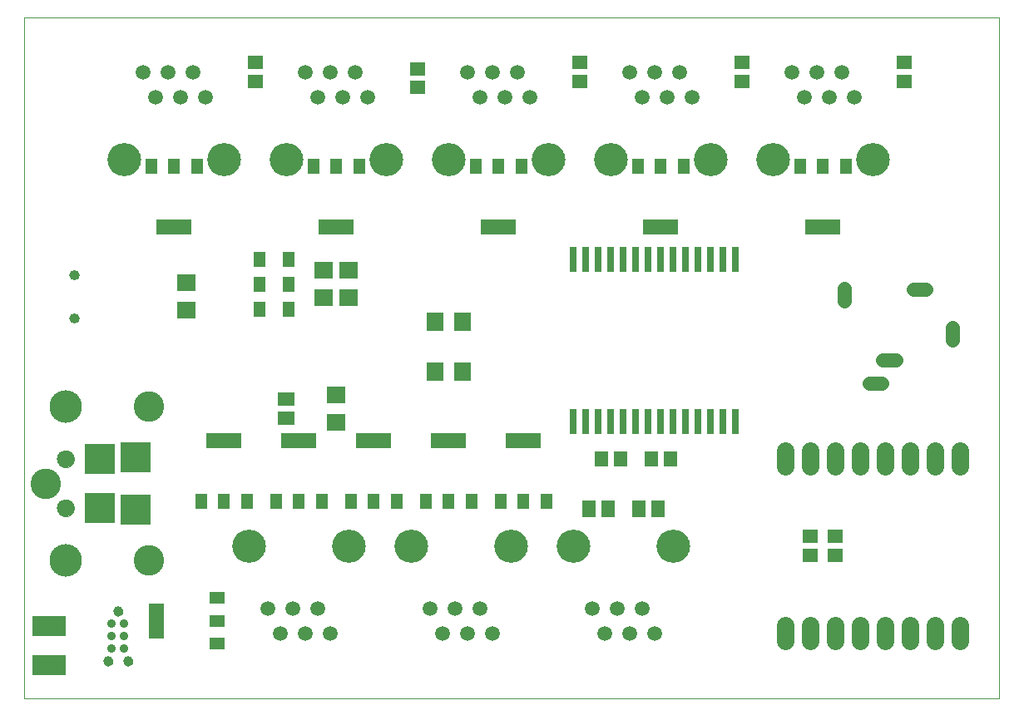
<source format=gbs>
G75*
%MOIN*%
%OFA0B0*%
%FSLAX24Y24*%
%IPPOS*%
%LPD*%
%AMOC8*
5,1,8,0,0,1.08239X$1,22.5*
%
%ADD10C,0.0000*%
%ADD11C,0.0594*%
%ADD12C,0.1320*%
%ADD13R,0.0631X0.0552*%
%ADD14C,0.1221*%
%ADD15C,0.1306*%
%ADD16R,0.1221X0.1221*%
%ADD17C,0.0709*%
%ADD18R,0.1379X0.0788*%
%ADD19C,0.0350*%
%ADD20C,0.0390*%
%ADD21R,0.0749X0.0670*%
%ADD22R,0.0512X0.0591*%
%ADD23R,0.1418X0.0591*%
%ADD24R,0.0670X0.0749*%
%ADD25R,0.0670X0.0552*%
%ADD26C,0.0394*%
%ADD27R,0.0591X0.0512*%
%ADD28R,0.0591X0.1418*%
%ADD29R,0.0552X0.0670*%
%ADD30R,0.0290X0.1040*%
%ADD31R,0.0552X0.0631*%
%ADD32C,0.0690*%
%ADD33C,0.0555*%
D10*
X012596Y000100D02*
X012596Y027396D01*
X051666Y027396D01*
X051666Y000100D01*
X012596Y000100D01*
X015771Y001575D02*
X015773Y001601D01*
X015779Y001627D01*
X015788Y001651D01*
X015801Y001674D01*
X015818Y001694D01*
X015837Y001712D01*
X015859Y001727D01*
X015882Y001738D01*
X015907Y001746D01*
X015933Y001750D01*
X015959Y001750D01*
X015985Y001746D01*
X016010Y001738D01*
X016034Y001727D01*
X016055Y001712D01*
X016074Y001694D01*
X016091Y001674D01*
X016104Y001651D01*
X016113Y001627D01*
X016119Y001601D01*
X016121Y001575D01*
X016119Y001549D01*
X016113Y001523D01*
X016104Y001499D01*
X016091Y001476D01*
X016074Y001456D01*
X016055Y001438D01*
X016033Y001423D01*
X016010Y001412D01*
X015985Y001404D01*
X015959Y001400D01*
X015933Y001400D01*
X015907Y001404D01*
X015882Y001412D01*
X015858Y001423D01*
X015837Y001438D01*
X015818Y001456D01*
X015801Y001476D01*
X015788Y001499D01*
X015779Y001523D01*
X015773Y001549D01*
X015771Y001575D01*
X016571Y001575D02*
X016573Y001601D01*
X016579Y001627D01*
X016588Y001651D01*
X016601Y001674D01*
X016618Y001694D01*
X016637Y001712D01*
X016659Y001727D01*
X016682Y001738D01*
X016707Y001746D01*
X016733Y001750D01*
X016759Y001750D01*
X016785Y001746D01*
X016810Y001738D01*
X016834Y001727D01*
X016855Y001712D01*
X016874Y001694D01*
X016891Y001674D01*
X016904Y001651D01*
X016913Y001627D01*
X016919Y001601D01*
X016921Y001575D01*
X016919Y001549D01*
X016913Y001523D01*
X016904Y001499D01*
X016891Y001476D01*
X016874Y001456D01*
X016855Y001438D01*
X016833Y001423D01*
X016810Y001412D01*
X016785Y001404D01*
X016759Y001400D01*
X016733Y001400D01*
X016707Y001404D01*
X016682Y001412D01*
X016658Y001423D01*
X016637Y001438D01*
X016618Y001456D01*
X016601Y001476D01*
X016588Y001499D01*
X016579Y001523D01*
X016573Y001549D01*
X016571Y001575D01*
X016171Y003575D02*
X016173Y003601D01*
X016179Y003627D01*
X016188Y003651D01*
X016201Y003674D01*
X016218Y003694D01*
X016237Y003712D01*
X016259Y003727D01*
X016282Y003738D01*
X016307Y003746D01*
X016333Y003750D01*
X016359Y003750D01*
X016385Y003746D01*
X016410Y003738D01*
X016434Y003727D01*
X016455Y003712D01*
X016474Y003694D01*
X016491Y003674D01*
X016504Y003651D01*
X016513Y003627D01*
X016519Y003601D01*
X016521Y003575D01*
X016519Y003549D01*
X016513Y003523D01*
X016504Y003499D01*
X016491Y003476D01*
X016474Y003456D01*
X016455Y003438D01*
X016433Y003423D01*
X016410Y003412D01*
X016385Y003404D01*
X016359Y003400D01*
X016333Y003400D01*
X016307Y003404D01*
X016282Y003412D01*
X016258Y003423D01*
X016237Y003438D01*
X016218Y003456D01*
X016201Y003476D01*
X016188Y003499D01*
X016179Y003523D01*
X016173Y003549D01*
X016171Y003575D01*
X020956Y006200D02*
X020958Y006250D01*
X020964Y006300D01*
X020974Y006349D01*
X020987Y006398D01*
X021005Y006445D01*
X021026Y006491D01*
X021050Y006534D01*
X021078Y006576D01*
X021109Y006616D01*
X021143Y006653D01*
X021180Y006687D01*
X021220Y006718D01*
X021262Y006746D01*
X021305Y006770D01*
X021351Y006791D01*
X021398Y006809D01*
X021447Y006822D01*
X021496Y006832D01*
X021546Y006838D01*
X021596Y006840D01*
X021646Y006838D01*
X021696Y006832D01*
X021745Y006822D01*
X021794Y006809D01*
X021841Y006791D01*
X021887Y006770D01*
X021930Y006746D01*
X021972Y006718D01*
X022012Y006687D01*
X022049Y006653D01*
X022083Y006616D01*
X022114Y006576D01*
X022142Y006534D01*
X022166Y006491D01*
X022187Y006445D01*
X022205Y006398D01*
X022218Y006349D01*
X022228Y006300D01*
X022234Y006250D01*
X022236Y006200D01*
X022234Y006150D01*
X022228Y006100D01*
X022218Y006051D01*
X022205Y006002D01*
X022187Y005955D01*
X022166Y005909D01*
X022142Y005866D01*
X022114Y005824D01*
X022083Y005784D01*
X022049Y005747D01*
X022012Y005713D01*
X021972Y005682D01*
X021930Y005654D01*
X021887Y005630D01*
X021841Y005609D01*
X021794Y005591D01*
X021745Y005578D01*
X021696Y005568D01*
X021646Y005562D01*
X021596Y005560D01*
X021546Y005562D01*
X021496Y005568D01*
X021447Y005578D01*
X021398Y005591D01*
X021351Y005609D01*
X021305Y005630D01*
X021262Y005654D01*
X021220Y005682D01*
X021180Y005713D01*
X021143Y005747D01*
X021109Y005784D01*
X021078Y005824D01*
X021050Y005866D01*
X021026Y005909D01*
X021005Y005955D01*
X020987Y006002D01*
X020974Y006051D01*
X020964Y006100D01*
X020958Y006150D01*
X020956Y006200D01*
X024956Y006200D02*
X024958Y006250D01*
X024964Y006300D01*
X024974Y006349D01*
X024987Y006398D01*
X025005Y006445D01*
X025026Y006491D01*
X025050Y006534D01*
X025078Y006576D01*
X025109Y006616D01*
X025143Y006653D01*
X025180Y006687D01*
X025220Y006718D01*
X025262Y006746D01*
X025305Y006770D01*
X025351Y006791D01*
X025398Y006809D01*
X025447Y006822D01*
X025496Y006832D01*
X025546Y006838D01*
X025596Y006840D01*
X025646Y006838D01*
X025696Y006832D01*
X025745Y006822D01*
X025794Y006809D01*
X025841Y006791D01*
X025887Y006770D01*
X025930Y006746D01*
X025972Y006718D01*
X026012Y006687D01*
X026049Y006653D01*
X026083Y006616D01*
X026114Y006576D01*
X026142Y006534D01*
X026166Y006491D01*
X026187Y006445D01*
X026205Y006398D01*
X026218Y006349D01*
X026228Y006300D01*
X026234Y006250D01*
X026236Y006200D01*
X026234Y006150D01*
X026228Y006100D01*
X026218Y006051D01*
X026205Y006002D01*
X026187Y005955D01*
X026166Y005909D01*
X026142Y005866D01*
X026114Y005824D01*
X026083Y005784D01*
X026049Y005747D01*
X026012Y005713D01*
X025972Y005682D01*
X025930Y005654D01*
X025887Y005630D01*
X025841Y005609D01*
X025794Y005591D01*
X025745Y005578D01*
X025696Y005568D01*
X025646Y005562D01*
X025596Y005560D01*
X025546Y005562D01*
X025496Y005568D01*
X025447Y005578D01*
X025398Y005591D01*
X025351Y005609D01*
X025305Y005630D01*
X025262Y005654D01*
X025220Y005682D01*
X025180Y005713D01*
X025143Y005747D01*
X025109Y005784D01*
X025078Y005824D01*
X025050Y005866D01*
X025026Y005909D01*
X025005Y005955D01*
X024987Y006002D01*
X024974Y006051D01*
X024964Y006100D01*
X024958Y006150D01*
X024956Y006200D01*
X027456Y006200D02*
X027458Y006250D01*
X027464Y006300D01*
X027474Y006349D01*
X027487Y006398D01*
X027505Y006445D01*
X027526Y006491D01*
X027550Y006534D01*
X027578Y006576D01*
X027609Y006616D01*
X027643Y006653D01*
X027680Y006687D01*
X027720Y006718D01*
X027762Y006746D01*
X027805Y006770D01*
X027851Y006791D01*
X027898Y006809D01*
X027947Y006822D01*
X027996Y006832D01*
X028046Y006838D01*
X028096Y006840D01*
X028146Y006838D01*
X028196Y006832D01*
X028245Y006822D01*
X028294Y006809D01*
X028341Y006791D01*
X028387Y006770D01*
X028430Y006746D01*
X028472Y006718D01*
X028512Y006687D01*
X028549Y006653D01*
X028583Y006616D01*
X028614Y006576D01*
X028642Y006534D01*
X028666Y006491D01*
X028687Y006445D01*
X028705Y006398D01*
X028718Y006349D01*
X028728Y006300D01*
X028734Y006250D01*
X028736Y006200D01*
X028734Y006150D01*
X028728Y006100D01*
X028718Y006051D01*
X028705Y006002D01*
X028687Y005955D01*
X028666Y005909D01*
X028642Y005866D01*
X028614Y005824D01*
X028583Y005784D01*
X028549Y005747D01*
X028512Y005713D01*
X028472Y005682D01*
X028430Y005654D01*
X028387Y005630D01*
X028341Y005609D01*
X028294Y005591D01*
X028245Y005578D01*
X028196Y005568D01*
X028146Y005562D01*
X028096Y005560D01*
X028046Y005562D01*
X027996Y005568D01*
X027947Y005578D01*
X027898Y005591D01*
X027851Y005609D01*
X027805Y005630D01*
X027762Y005654D01*
X027720Y005682D01*
X027680Y005713D01*
X027643Y005747D01*
X027609Y005784D01*
X027578Y005824D01*
X027550Y005866D01*
X027526Y005909D01*
X027505Y005955D01*
X027487Y006002D01*
X027474Y006051D01*
X027464Y006100D01*
X027458Y006150D01*
X027456Y006200D01*
X031456Y006200D02*
X031458Y006250D01*
X031464Y006300D01*
X031474Y006349D01*
X031487Y006398D01*
X031505Y006445D01*
X031526Y006491D01*
X031550Y006534D01*
X031578Y006576D01*
X031609Y006616D01*
X031643Y006653D01*
X031680Y006687D01*
X031720Y006718D01*
X031762Y006746D01*
X031805Y006770D01*
X031851Y006791D01*
X031898Y006809D01*
X031947Y006822D01*
X031996Y006832D01*
X032046Y006838D01*
X032096Y006840D01*
X032146Y006838D01*
X032196Y006832D01*
X032245Y006822D01*
X032294Y006809D01*
X032341Y006791D01*
X032387Y006770D01*
X032430Y006746D01*
X032472Y006718D01*
X032512Y006687D01*
X032549Y006653D01*
X032583Y006616D01*
X032614Y006576D01*
X032642Y006534D01*
X032666Y006491D01*
X032687Y006445D01*
X032705Y006398D01*
X032718Y006349D01*
X032728Y006300D01*
X032734Y006250D01*
X032736Y006200D01*
X032734Y006150D01*
X032728Y006100D01*
X032718Y006051D01*
X032705Y006002D01*
X032687Y005955D01*
X032666Y005909D01*
X032642Y005866D01*
X032614Y005824D01*
X032583Y005784D01*
X032549Y005747D01*
X032512Y005713D01*
X032472Y005682D01*
X032430Y005654D01*
X032387Y005630D01*
X032341Y005609D01*
X032294Y005591D01*
X032245Y005578D01*
X032196Y005568D01*
X032146Y005562D01*
X032096Y005560D01*
X032046Y005562D01*
X031996Y005568D01*
X031947Y005578D01*
X031898Y005591D01*
X031851Y005609D01*
X031805Y005630D01*
X031762Y005654D01*
X031720Y005682D01*
X031680Y005713D01*
X031643Y005747D01*
X031609Y005784D01*
X031578Y005824D01*
X031550Y005866D01*
X031526Y005909D01*
X031505Y005955D01*
X031487Y006002D01*
X031474Y006051D01*
X031464Y006100D01*
X031458Y006150D01*
X031456Y006200D01*
X033956Y006200D02*
X033958Y006250D01*
X033964Y006300D01*
X033974Y006349D01*
X033987Y006398D01*
X034005Y006445D01*
X034026Y006491D01*
X034050Y006534D01*
X034078Y006576D01*
X034109Y006616D01*
X034143Y006653D01*
X034180Y006687D01*
X034220Y006718D01*
X034262Y006746D01*
X034305Y006770D01*
X034351Y006791D01*
X034398Y006809D01*
X034447Y006822D01*
X034496Y006832D01*
X034546Y006838D01*
X034596Y006840D01*
X034646Y006838D01*
X034696Y006832D01*
X034745Y006822D01*
X034794Y006809D01*
X034841Y006791D01*
X034887Y006770D01*
X034930Y006746D01*
X034972Y006718D01*
X035012Y006687D01*
X035049Y006653D01*
X035083Y006616D01*
X035114Y006576D01*
X035142Y006534D01*
X035166Y006491D01*
X035187Y006445D01*
X035205Y006398D01*
X035218Y006349D01*
X035228Y006300D01*
X035234Y006250D01*
X035236Y006200D01*
X035234Y006150D01*
X035228Y006100D01*
X035218Y006051D01*
X035205Y006002D01*
X035187Y005955D01*
X035166Y005909D01*
X035142Y005866D01*
X035114Y005824D01*
X035083Y005784D01*
X035049Y005747D01*
X035012Y005713D01*
X034972Y005682D01*
X034930Y005654D01*
X034887Y005630D01*
X034841Y005609D01*
X034794Y005591D01*
X034745Y005578D01*
X034696Y005568D01*
X034646Y005562D01*
X034596Y005560D01*
X034546Y005562D01*
X034496Y005568D01*
X034447Y005578D01*
X034398Y005591D01*
X034351Y005609D01*
X034305Y005630D01*
X034262Y005654D01*
X034220Y005682D01*
X034180Y005713D01*
X034143Y005747D01*
X034109Y005784D01*
X034078Y005824D01*
X034050Y005866D01*
X034026Y005909D01*
X034005Y005955D01*
X033987Y006002D01*
X033974Y006051D01*
X033964Y006100D01*
X033958Y006150D01*
X033956Y006200D01*
X037956Y006200D02*
X037958Y006250D01*
X037964Y006300D01*
X037974Y006349D01*
X037987Y006398D01*
X038005Y006445D01*
X038026Y006491D01*
X038050Y006534D01*
X038078Y006576D01*
X038109Y006616D01*
X038143Y006653D01*
X038180Y006687D01*
X038220Y006718D01*
X038262Y006746D01*
X038305Y006770D01*
X038351Y006791D01*
X038398Y006809D01*
X038447Y006822D01*
X038496Y006832D01*
X038546Y006838D01*
X038596Y006840D01*
X038646Y006838D01*
X038696Y006832D01*
X038745Y006822D01*
X038794Y006809D01*
X038841Y006791D01*
X038887Y006770D01*
X038930Y006746D01*
X038972Y006718D01*
X039012Y006687D01*
X039049Y006653D01*
X039083Y006616D01*
X039114Y006576D01*
X039142Y006534D01*
X039166Y006491D01*
X039187Y006445D01*
X039205Y006398D01*
X039218Y006349D01*
X039228Y006300D01*
X039234Y006250D01*
X039236Y006200D01*
X039234Y006150D01*
X039228Y006100D01*
X039218Y006051D01*
X039205Y006002D01*
X039187Y005955D01*
X039166Y005909D01*
X039142Y005866D01*
X039114Y005824D01*
X039083Y005784D01*
X039049Y005747D01*
X039012Y005713D01*
X038972Y005682D01*
X038930Y005654D01*
X038887Y005630D01*
X038841Y005609D01*
X038794Y005591D01*
X038745Y005578D01*
X038696Y005568D01*
X038646Y005562D01*
X038596Y005560D01*
X038546Y005562D01*
X038496Y005568D01*
X038447Y005578D01*
X038398Y005591D01*
X038351Y005609D01*
X038305Y005630D01*
X038262Y005654D01*
X038220Y005682D01*
X038180Y005713D01*
X038143Y005747D01*
X038109Y005784D01*
X038078Y005824D01*
X038050Y005866D01*
X038026Y005909D01*
X038005Y005955D01*
X037987Y006002D01*
X037974Y006051D01*
X037964Y006100D01*
X037958Y006150D01*
X037956Y006200D01*
X014419Y015334D02*
X014421Y015360D01*
X014427Y015386D01*
X014437Y015411D01*
X014450Y015434D01*
X014466Y015454D01*
X014486Y015472D01*
X014508Y015487D01*
X014531Y015499D01*
X014557Y015507D01*
X014583Y015511D01*
X014609Y015511D01*
X014635Y015507D01*
X014661Y015499D01*
X014685Y015487D01*
X014706Y015472D01*
X014726Y015454D01*
X014742Y015434D01*
X014755Y015411D01*
X014765Y015386D01*
X014771Y015360D01*
X014773Y015334D01*
X014771Y015308D01*
X014765Y015282D01*
X014755Y015257D01*
X014742Y015234D01*
X014726Y015214D01*
X014706Y015196D01*
X014684Y015181D01*
X014661Y015169D01*
X014635Y015161D01*
X014609Y015157D01*
X014583Y015157D01*
X014557Y015161D01*
X014531Y015169D01*
X014507Y015181D01*
X014486Y015196D01*
X014466Y015214D01*
X014450Y015234D01*
X014437Y015257D01*
X014427Y015282D01*
X014421Y015308D01*
X014419Y015334D01*
X014419Y017066D02*
X014421Y017092D01*
X014427Y017118D01*
X014437Y017143D01*
X014450Y017166D01*
X014466Y017186D01*
X014486Y017204D01*
X014508Y017219D01*
X014531Y017231D01*
X014557Y017239D01*
X014583Y017243D01*
X014609Y017243D01*
X014635Y017239D01*
X014661Y017231D01*
X014685Y017219D01*
X014706Y017204D01*
X014726Y017186D01*
X014742Y017166D01*
X014755Y017143D01*
X014765Y017118D01*
X014771Y017092D01*
X014773Y017066D01*
X014771Y017040D01*
X014765Y017014D01*
X014755Y016989D01*
X014742Y016966D01*
X014726Y016946D01*
X014706Y016928D01*
X014684Y016913D01*
X014661Y016901D01*
X014635Y016893D01*
X014609Y016889D01*
X014583Y016889D01*
X014557Y016893D01*
X014531Y016901D01*
X014507Y016913D01*
X014486Y016928D01*
X014466Y016946D01*
X014450Y016966D01*
X014437Y016989D01*
X014427Y017014D01*
X014421Y017040D01*
X014419Y017066D01*
X015956Y021700D02*
X015958Y021750D01*
X015964Y021800D01*
X015974Y021849D01*
X015987Y021898D01*
X016005Y021945D01*
X016026Y021991D01*
X016050Y022034D01*
X016078Y022076D01*
X016109Y022116D01*
X016143Y022153D01*
X016180Y022187D01*
X016220Y022218D01*
X016262Y022246D01*
X016305Y022270D01*
X016351Y022291D01*
X016398Y022309D01*
X016447Y022322D01*
X016496Y022332D01*
X016546Y022338D01*
X016596Y022340D01*
X016646Y022338D01*
X016696Y022332D01*
X016745Y022322D01*
X016794Y022309D01*
X016841Y022291D01*
X016887Y022270D01*
X016930Y022246D01*
X016972Y022218D01*
X017012Y022187D01*
X017049Y022153D01*
X017083Y022116D01*
X017114Y022076D01*
X017142Y022034D01*
X017166Y021991D01*
X017187Y021945D01*
X017205Y021898D01*
X017218Y021849D01*
X017228Y021800D01*
X017234Y021750D01*
X017236Y021700D01*
X017234Y021650D01*
X017228Y021600D01*
X017218Y021551D01*
X017205Y021502D01*
X017187Y021455D01*
X017166Y021409D01*
X017142Y021366D01*
X017114Y021324D01*
X017083Y021284D01*
X017049Y021247D01*
X017012Y021213D01*
X016972Y021182D01*
X016930Y021154D01*
X016887Y021130D01*
X016841Y021109D01*
X016794Y021091D01*
X016745Y021078D01*
X016696Y021068D01*
X016646Y021062D01*
X016596Y021060D01*
X016546Y021062D01*
X016496Y021068D01*
X016447Y021078D01*
X016398Y021091D01*
X016351Y021109D01*
X016305Y021130D01*
X016262Y021154D01*
X016220Y021182D01*
X016180Y021213D01*
X016143Y021247D01*
X016109Y021284D01*
X016078Y021324D01*
X016050Y021366D01*
X016026Y021409D01*
X016005Y021455D01*
X015987Y021502D01*
X015974Y021551D01*
X015964Y021600D01*
X015958Y021650D01*
X015956Y021700D01*
X019956Y021700D02*
X019958Y021750D01*
X019964Y021800D01*
X019974Y021849D01*
X019987Y021898D01*
X020005Y021945D01*
X020026Y021991D01*
X020050Y022034D01*
X020078Y022076D01*
X020109Y022116D01*
X020143Y022153D01*
X020180Y022187D01*
X020220Y022218D01*
X020262Y022246D01*
X020305Y022270D01*
X020351Y022291D01*
X020398Y022309D01*
X020447Y022322D01*
X020496Y022332D01*
X020546Y022338D01*
X020596Y022340D01*
X020646Y022338D01*
X020696Y022332D01*
X020745Y022322D01*
X020794Y022309D01*
X020841Y022291D01*
X020887Y022270D01*
X020930Y022246D01*
X020972Y022218D01*
X021012Y022187D01*
X021049Y022153D01*
X021083Y022116D01*
X021114Y022076D01*
X021142Y022034D01*
X021166Y021991D01*
X021187Y021945D01*
X021205Y021898D01*
X021218Y021849D01*
X021228Y021800D01*
X021234Y021750D01*
X021236Y021700D01*
X021234Y021650D01*
X021228Y021600D01*
X021218Y021551D01*
X021205Y021502D01*
X021187Y021455D01*
X021166Y021409D01*
X021142Y021366D01*
X021114Y021324D01*
X021083Y021284D01*
X021049Y021247D01*
X021012Y021213D01*
X020972Y021182D01*
X020930Y021154D01*
X020887Y021130D01*
X020841Y021109D01*
X020794Y021091D01*
X020745Y021078D01*
X020696Y021068D01*
X020646Y021062D01*
X020596Y021060D01*
X020546Y021062D01*
X020496Y021068D01*
X020447Y021078D01*
X020398Y021091D01*
X020351Y021109D01*
X020305Y021130D01*
X020262Y021154D01*
X020220Y021182D01*
X020180Y021213D01*
X020143Y021247D01*
X020109Y021284D01*
X020078Y021324D01*
X020050Y021366D01*
X020026Y021409D01*
X020005Y021455D01*
X019987Y021502D01*
X019974Y021551D01*
X019964Y021600D01*
X019958Y021650D01*
X019956Y021700D01*
X022456Y021700D02*
X022458Y021750D01*
X022464Y021800D01*
X022474Y021849D01*
X022487Y021898D01*
X022505Y021945D01*
X022526Y021991D01*
X022550Y022034D01*
X022578Y022076D01*
X022609Y022116D01*
X022643Y022153D01*
X022680Y022187D01*
X022720Y022218D01*
X022762Y022246D01*
X022805Y022270D01*
X022851Y022291D01*
X022898Y022309D01*
X022947Y022322D01*
X022996Y022332D01*
X023046Y022338D01*
X023096Y022340D01*
X023146Y022338D01*
X023196Y022332D01*
X023245Y022322D01*
X023294Y022309D01*
X023341Y022291D01*
X023387Y022270D01*
X023430Y022246D01*
X023472Y022218D01*
X023512Y022187D01*
X023549Y022153D01*
X023583Y022116D01*
X023614Y022076D01*
X023642Y022034D01*
X023666Y021991D01*
X023687Y021945D01*
X023705Y021898D01*
X023718Y021849D01*
X023728Y021800D01*
X023734Y021750D01*
X023736Y021700D01*
X023734Y021650D01*
X023728Y021600D01*
X023718Y021551D01*
X023705Y021502D01*
X023687Y021455D01*
X023666Y021409D01*
X023642Y021366D01*
X023614Y021324D01*
X023583Y021284D01*
X023549Y021247D01*
X023512Y021213D01*
X023472Y021182D01*
X023430Y021154D01*
X023387Y021130D01*
X023341Y021109D01*
X023294Y021091D01*
X023245Y021078D01*
X023196Y021068D01*
X023146Y021062D01*
X023096Y021060D01*
X023046Y021062D01*
X022996Y021068D01*
X022947Y021078D01*
X022898Y021091D01*
X022851Y021109D01*
X022805Y021130D01*
X022762Y021154D01*
X022720Y021182D01*
X022680Y021213D01*
X022643Y021247D01*
X022609Y021284D01*
X022578Y021324D01*
X022550Y021366D01*
X022526Y021409D01*
X022505Y021455D01*
X022487Y021502D01*
X022474Y021551D01*
X022464Y021600D01*
X022458Y021650D01*
X022456Y021700D01*
X026456Y021700D02*
X026458Y021750D01*
X026464Y021800D01*
X026474Y021849D01*
X026487Y021898D01*
X026505Y021945D01*
X026526Y021991D01*
X026550Y022034D01*
X026578Y022076D01*
X026609Y022116D01*
X026643Y022153D01*
X026680Y022187D01*
X026720Y022218D01*
X026762Y022246D01*
X026805Y022270D01*
X026851Y022291D01*
X026898Y022309D01*
X026947Y022322D01*
X026996Y022332D01*
X027046Y022338D01*
X027096Y022340D01*
X027146Y022338D01*
X027196Y022332D01*
X027245Y022322D01*
X027294Y022309D01*
X027341Y022291D01*
X027387Y022270D01*
X027430Y022246D01*
X027472Y022218D01*
X027512Y022187D01*
X027549Y022153D01*
X027583Y022116D01*
X027614Y022076D01*
X027642Y022034D01*
X027666Y021991D01*
X027687Y021945D01*
X027705Y021898D01*
X027718Y021849D01*
X027728Y021800D01*
X027734Y021750D01*
X027736Y021700D01*
X027734Y021650D01*
X027728Y021600D01*
X027718Y021551D01*
X027705Y021502D01*
X027687Y021455D01*
X027666Y021409D01*
X027642Y021366D01*
X027614Y021324D01*
X027583Y021284D01*
X027549Y021247D01*
X027512Y021213D01*
X027472Y021182D01*
X027430Y021154D01*
X027387Y021130D01*
X027341Y021109D01*
X027294Y021091D01*
X027245Y021078D01*
X027196Y021068D01*
X027146Y021062D01*
X027096Y021060D01*
X027046Y021062D01*
X026996Y021068D01*
X026947Y021078D01*
X026898Y021091D01*
X026851Y021109D01*
X026805Y021130D01*
X026762Y021154D01*
X026720Y021182D01*
X026680Y021213D01*
X026643Y021247D01*
X026609Y021284D01*
X026578Y021324D01*
X026550Y021366D01*
X026526Y021409D01*
X026505Y021455D01*
X026487Y021502D01*
X026474Y021551D01*
X026464Y021600D01*
X026458Y021650D01*
X026456Y021700D01*
X028956Y021700D02*
X028958Y021750D01*
X028964Y021800D01*
X028974Y021849D01*
X028987Y021898D01*
X029005Y021945D01*
X029026Y021991D01*
X029050Y022034D01*
X029078Y022076D01*
X029109Y022116D01*
X029143Y022153D01*
X029180Y022187D01*
X029220Y022218D01*
X029262Y022246D01*
X029305Y022270D01*
X029351Y022291D01*
X029398Y022309D01*
X029447Y022322D01*
X029496Y022332D01*
X029546Y022338D01*
X029596Y022340D01*
X029646Y022338D01*
X029696Y022332D01*
X029745Y022322D01*
X029794Y022309D01*
X029841Y022291D01*
X029887Y022270D01*
X029930Y022246D01*
X029972Y022218D01*
X030012Y022187D01*
X030049Y022153D01*
X030083Y022116D01*
X030114Y022076D01*
X030142Y022034D01*
X030166Y021991D01*
X030187Y021945D01*
X030205Y021898D01*
X030218Y021849D01*
X030228Y021800D01*
X030234Y021750D01*
X030236Y021700D01*
X030234Y021650D01*
X030228Y021600D01*
X030218Y021551D01*
X030205Y021502D01*
X030187Y021455D01*
X030166Y021409D01*
X030142Y021366D01*
X030114Y021324D01*
X030083Y021284D01*
X030049Y021247D01*
X030012Y021213D01*
X029972Y021182D01*
X029930Y021154D01*
X029887Y021130D01*
X029841Y021109D01*
X029794Y021091D01*
X029745Y021078D01*
X029696Y021068D01*
X029646Y021062D01*
X029596Y021060D01*
X029546Y021062D01*
X029496Y021068D01*
X029447Y021078D01*
X029398Y021091D01*
X029351Y021109D01*
X029305Y021130D01*
X029262Y021154D01*
X029220Y021182D01*
X029180Y021213D01*
X029143Y021247D01*
X029109Y021284D01*
X029078Y021324D01*
X029050Y021366D01*
X029026Y021409D01*
X029005Y021455D01*
X028987Y021502D01*
X028974Y021551D01*
X028964Y021600D01*
X028958Y021650D01*
X028956Y021700D01*
X032956Y021700D02*
X032958Y021750D01*
X032964Y021800D01*
X032974Y021849D01*
X032987Y021898D01*
X033005Y021945D01*
X033026Y021991D01*
X033050Y022034D01*
X033078Y022076D01*
X033109Y022116D01*
X033143Y022153D01*
X033180Y022187D01*
X033220Y022218D01*
X033262Y022246D01*
X033305Y022270D01*
X033351Y022291D01*
X033398Y022309D01*
X033447Y022322D01*
X033496Y022332D01*
X033546Y022338D01*
X033596Y022340D01*
X033646Y022338D01*
X033696Y022332D01*
X033745Y022322D01*
X033794Y022309D01*
X033841Y022291D01*
X033887Y022270D01*
X033930Y022246D01*
X033972Y022218D01*
X034012Y022187D01*
X034049Y022153D01*
X034083Y022116D01*
X034114Y022076D01*
X034142Y022034D01*
X034166Y021991D01*
X034187Y021945D01*
X034205Y021898D01*
X034218Y021849D01*
X034228Y021800D01*
X034234Y021750D01*
X034236Y021700D01*
X034234Y021650D01*
X034228Y021600D01*
X034218Y021551D01*
X034205Y021502D01*
X034187Y021455D01*
X034166Y021409D01*
X034142Y021366D01*
X034114Y021324D01*
X034083Y021284D01*
X034049Y021247D01*
X034012Y021213D01*
X033972Y021182D01*
X033930Y021154D01*
X033887Y021130D01*
X033841Y021109D01*
X033794Y021091D01*
X033745Y021078D01*
X033696Y021068D01*
X033646Y021062D01*
X033596Y021060D01*
X033546Y021062D01*
X033496Y021068D01*
X033447Y021078D01*
X033398Y021091D01*
X033351Y021109D01*
X033305Y021130D01*
X033262Y021154D01*
X033220Y021182D01*
X033180Y021213D01*
X033143Y021247D01*
X033109Y021284D01*
X033078Y021324D01*
X033050Y021366D01*
X033026Y021409D01*
X033005Y021455D01*
X032987Y021502D01*
X032974Y021551D01*
X032964Y021600D01*
X032958Y021650D01*
X032956Y021700D01*
X035456Y021700D02*
X035458Y021750D01*
X035464Y021800D01*
X035474Y021849D01*
X035487Y021898D01*
X035505Y021945D01*
X035526Y021991D01*
X035550Y022034D01*
X035578Y022076D01*
X035609Y022116D01*
X035643Y022153D01*
X035680Y022187D01*
X035720Y022218D01*
X035762Y022246D01*
X035805Y022270D01*
X035851Y022291D01*
X035898Y022309D01*
X035947Y022322D01*
X035996Y022332D01*
X036046Y022338D01*
X036096Y022340D01*
X036146Y022338D01*
X036196Y022332D01*
X036245Y022322D01*
X036294Y022309D01*
X036341Y022291D01*
X036387Y022270D01*
X036430Y022246D01*
X036472Y022218D01*
X036512Y022187D01*
X036549Y022153D01*
X036583Y022116D01*
X036614Y022076D01*
X036642Y022034D01*
X036666Y021991D01*
X036687Y021945D01*
X036705Y021898D01*
X036718Y021849D01*
X036728Y021800D01*
X036734Y021750D01*
X036736Y021700D01*
X036734Y021650D01*
X036728Y021600D01*
X036718Y021551D01*
X036705Y021502D01*
X036687Y021455D01*
X036666Y021409D01*
X036642Y021366D01*
X036614Y021324D01*
X036583Y021284D01*
X036549Y021247D01*
X036512Y021213D01*
X036472Y021182D01*
X036430Y021154D01*
X036387Y021130D01*
X036341Y021109D01*
X036294Y021091D01*
X036245Y021078D01*
X036196Y021068D01*
X036146Y021062D01*
X036096Y021060D01*
X036046Y021062D01*
X035996Y021068D01*
X035947Y021078D01*
X035898Y021091D01*
X035851Y021109D01*
X035805Y021130D01*
X035762Y021154D01*
X035720Y021182D01*
X035680Y021213D01*
X035643Y021247D01*
X035609Y021284D01*
X035578Y021324D01*
X035550Y021366D01*
X035526Y021409D01*
X035505Y021455D01*
X035487Y021502D01*
X035474Y021551D01*
X035464Y021600D01*
X035458Y021650D01*
X035456Y021700D01*
X039456Y021700D02*
X039458Y021750D01*
X039464Y021800D01*
X039474Y021849D01*
X039487Y021898D01*
X039505Y021945D01*
X039526Y021991D01*
X039550Y022034D01*
X039578Y022076D01*
X039609Y022116D01*
X039643Y022153D01*
X039680Y022187D01*
X039720Y022218D01*
X039762Y022246D01*
X039805Y022270D01*
X039851Y022291D01*
X039898Y022309D01*
X039947Y022322D01*
X039996Y022332D01*
X040046Y022338D01*
X040096Y022340D01*
X040146Y022338D01*
X040196Y022332D01*
X040245Y022322D01*
X040294Y022309D01*
X040341Y022291D01*
X040387Y022270D01*
X040430Y022246D01*
X040472Y022218D01*
X040512Y022187D01*
X040549Y022153D01*
X040583Y022116D01*
X040614Y022076D01*
X040642Y022034D01*
X040666Y021991D01*
X040687Y021945D01*
X040705Y021898D01*
X040718Y021849D01*
X040728Y021800D01*
X040734Y021750D01*
X040736Y021700D01*
X040734Y021650D01*
X040728Y021600D01*
X040718Y021551D01*
X040705Y021502D01*
X040687Y021455D01*
X040666Y021409D01*
X040642Y021366D01*
X040614Y021324D01*
X040583Y021284D01*
X040549Y021247D01*
X040512Y021213D01*
X040472Y021182D01*
X040430Y021154D01*
X040387Y021130D01*
X040341Y021109D01*
X040294Y021091D01*
X040245Y021078D01*
X040196Y021068D01*
X040146Y021062D01*
X040096Y021060D01*
X040046Y021062D01*
X039996Y021068D01*
X039947Y021078D01*
X039898Y021091D01*
X039851Y021109D01*
X039805Y021130D01*
X039762Y021154D01*
X039720Y021182D01*
X039680Y021213D01*
X039643Y021247D01*
X039609Y021284D01*
X039578Y021324D01*
X039550Y021366D01*
X039526Y021409D01*
X039505Y021455D01*
X039487Y021502D01*
X039474Y021551D01*
X039464Y021600D01*
X039458Y021650D01*
X039456Y021700D01*
X041956Y021700D02*
X041958Y021750D01*
X041964Y021800D01*
X041974Y021849D01*
X041987Y021898D01*
X042005Y021945D01*
X042026Y021991D01*
X042050Y022034D01*
X042078Y022076D01*
X042109Y022116D01*
X042143Y022153D01*
X042180Y022187D01*
X042220Y022218D01*
X042262Y022246D01*
X042305Y022270D01*
X042351Y022291D01*
X042398Y022309D01*
X042447Y022322D01*
X042496Y022332D01*
X042546Y022338D01*
X042596Y022340D01*
X042646Y022338D01*
X042696Y022332D01*
X042745Y022322D01*
X042794Y022309D01*
X042841Y022291D01*
X042887Y022270D01*
X042930Y022246D01*
X042972Y022218D01*
X043012Y022187D01*
X043049Y022153D01*
X043083Y022116D01*
X043114Y022076D01*
X043142Y022034D01*
X043166Y021991D01*
X043187Y021945D01*
X043205Y021898D01*
X043218Y021849D01*
X043228Y021800D01*
X043234Y021750D01*
X043236Y021700D01*
X043234Y021650D01*
X043228Y021600D01*
X043218Y021551D01*
X043205Y021502D01*
X043187Y021455D01*
X043166Y021409D01*
X043142Y021366D01*
X043114Y021324D01*
X043083Y021284D01*
X043049Y021247D01*
X043012Y021213D01*
X042972Y021182D01*
X042930Y021154D01*
X042887Y021130D01*
X042841Y021109D01*
X042794Y021091D01*
X042745Y021078D01*
X042696Y021068D01*
X042646Y021062D01*
X042596Y021060D01*
X042546Y021062D01*
X042496Y021068D01*
X042447Y021078D01*
X042398Y021091D01*
X042351Y021109D01*
X042305Y021130D01*
X042262Y021154D01*
X042220Y021182D01*
X042180Y021213D01*
X042143Y021247D01*
X042109Y021284D01*
X042078Y021324D01*
X042050Y021366D01*
X042026Y021409D01*
X042005Y021455D01*
X041987Y021502D01*
X041974Y021551D01*
X041964Y021600D01*
X041958Y021650D01*
X041956Y021700D01*
X045956Y021700D02*
X045958Y021750D01*
X045964Y021800D01*
X045974Y021849D01*
X045987Y021898D01*
X046005Y021945D01*
X046026Y021991D01*
X046050Y022034D01*
X046078Y022076D01*
X046109Y022116D01*
X046143Y022153D01*
X046180Y022187D01*
X046220Y022218D01*
X046262Y022246D01*
X046305Y022270D01*
X046351Y022291D01*
X046398Y022309D01*
X046447Y022322D01*
X046496Y022332D01*
X046546Y022338D01*
X046596Y022340D01*
X046646Y022338D01*
X046696Y022332D01*
X046745Y022322D01*
X046794Y022309D01*
X046841Y022291D01*
X046887Y022270D01*
X046930Y022246D01*
X046972Y022218D01*
X047012Y022187D01*
X047049Y022153D01*
X047083Y022116D01*
X047114Y022076D01*
X047142Y022034D01*
X047166Y021991D01*
X047187Y021945D01*
X047205Y021898D01*
X047218Y021849D01*
X047228Y021800D01*
X047234Y021750D01*
X047236Y021700D01*
X047234Y021650D01*
X047228Y021600D01*
X047218Y021551D01*
X047205Y021502D01*
X047187Y021455D01*
X047166Y021409D01*
X047142Y021366D01*
X047114Y021324D01*
X047083Y021284D01*
X047049Y021247D01*
X047012Y021213D01*
X046972Y021182D01*
X046930Y021154D01*
X046887Y021130D01*
X046841Y021109D01*
X046794Y021091D01*
X046745Y021078D01*
X046696Y021068D01*
X046646Y021062D01*
X046596Y021060D01*
X046546Y021062D01*
X046496Y021068D01*
X046447Y021078D01*
X046398Y021091D01*
X046351Y021109D01*
X046305Y021130D01*
X046262Y021154D01*
X046220Y021182D01*
X046180Y021213D01*
X046143Y021247D01*
X046109Y021284D01*
X046078Y021324D01*
X046050Y021366D01*
X046026Y021409D01*
X046005Y021455D01*
X045987Y021502D01*
X045974Y021551D01*
X045964Y021600D01*
X045958Y021650D01*
X045956Y021700D01*
X013915Y009684D02*
X013917Y009720D01*
X013923Y009756D01*
X013933Y009791D01*
X013946Y009825D01*
X013963Y009857D01*
X013983Y009887D01*
X014007Y009914D01*
X014033Y009939D01*
X014062Y009961D01*
X014093Y009980D01*
X014126Y009995D01*
X014160Y010007D01*
X014196Y010015D01*
X014232Y010019D01*
X014268Y010019D01*
X014304Y010015D01*
X014340Y010007D01*
X014374Y009995D01*
X014407Y009980D01*
X014438Y009961D01*
X014467Y009939D01*
X014493Y009914D01*
X014517Y009887D01*
X014537Y009857D01*
X014554Y009825D01*
X014567Y009791D01*
X014577Y009756D01*
X014583Y009720D01*
X014585Y009684D01*
X014583Y009648D01*
X014577Y009612D01*
X014567Y009577D01*
X014554Y009543D01*
X014537Y009511D01*
X014517Y009481D01*
X014493Y009454D01*
X014467Y009429D01*
X014438Y009407D01*
X014407Y009388D01*
X014374Y009373D01*
X014340Y009361D01*
X014304Y009353D01*
X014268Y009349D01*
X014232Y009349D01*
X014196Y009353D01*
X014160Y009361D01*
X014126Y009373D01*
X014093Y009388D01*
X014062Y009407D01*
X014033Y009429D01*
X014007Y009454D01*
X013983Y009481D01*
X013963Y009511D01*
X013946Y009543D01*
X013933Y009577D01*
X013923Y009612D01*
X013917Y009648D01*
X013915Y009684D01*
X013915Y007716D02*
X013917Y007752D01*
X013923Y007788D01*
X013933Y007823D01*
X013946Y007857D01*
X013963Y007889D01*
X013983Y007919D01*
X014007Y007946D01*
X014033Y007971D01*
X014062Y007993D01*
X014093Y008012D01*
X014126Y008027D01*
X014160Y008039D01*
X014196Y008047D01*
X014232Y008051D01*
X014268Y008051D01*
X014304Y008047D01*
X014340Y008039D01*
X014374Y008027D01*
X014407Y008012D01*
X014438Y007993D01*
X014467Y007971D01*
X014493Y007946D01*
X014517Y007919D01*
X014537Y007889D01*
X014554Y007857D01*
X014567Y007823D01*
X014577Y007788D01*
X014583Y007752D01*
X014585Y007716D01*
X014583Y007680D01*
X014577Y007644D01*
X014567Y007609D01*
X014554Y007575D01*
X014537Y007543D01*
X014517Y007513D01*
X014493Y007486D01*
X014467Y007461D01*
X014438Y007439D01*
X014407Y007420D01*
X014374Y007405D01*
X014340Y007393D01*
X014304Y007385D01*
X014268Y007381D01*
X014232Y007381D01*
X014196Y007385D01*
X014160Y007393D01*
X014126Y007405D01*
X014093Y007420D01*
X014062Y007439D01*
X014033Y007461D01*
X014007Y007486D01*
X013983Y007513D01*
X013963Y007543D01*
X013946Y007575D01*
X013933Y007609D01*
X013923Y007644D01*
X013917Y007680D01*
X013915Y007716D01*
D11*
X022346Y003700D03*
X023346Y003700D03*
X024346Y003700D03*
X023846Y002700D03*
X022846Y002700D03*
X024846Y002700D03*
X028846Y003700D03*
X029846Y003700D03*
X030846Y003700D03*
X030346Y002700D03*
X029346Y002700D03*
X031346Y002700D03*
X035346Y003700D03*
X036346Y003700D03*
X037346Y003700D03*
X036846Y002700D03*
X035846Y002700D03*
X037846Y002700D03*
X037346Y024200D03*
X038346Y024200D03*
X039346Y024200D03*
X038846Y025200D03*
X037846Y025200D03*
X036846Y025200D03*
X032846Y024200D03*
X031846Y024200D03*
X030846Y024200D03*
X030346Y025200D03*
X031346Y025200D03*
X032346Y025200D03*
X026346Y024200D03*
X025346Y024200D03*
X024346Y024200D03*
X023846Y025200D03*
X024846Y025200D03*
X025846Y025200D03*
X019846Y024200D03*
X018846Y024200D03*
X017846Y024200D03*
X017346Y025200D03*
X018346Y025200D03*
X019346Y025200D03*
X043346Y025200D03*
X044346Y025200D03*
X045346Y025200D03*
X044846Y024200D03*
X043846Y024200D03*
X045846Y024200D03*
D12*
X046596Y021700D03*
X042596Y021700D03*
X040096Y021700D03*
X036096Y021700D03*
X033596Y021700D03*
X029596Y021700D03*
X027096Y021700D03*
X023096Y021700D03*
X020596Y021700D03*
X016596Y021700D03*
X021596Y006200D03*
X025596Y006200D03*
X028096Y006200D03*
X032096Y006200D03*
X034596Y006200D03*
X038596Y006200D03*
D13*
X044096Y005826D03*
X045096Y005826D03*
X045096Y006574D03*
X044096Y006574D03*
X028346Y024576D03*
X028346Y025324D03*
X034846Y025574D03*
X034846Y024826D03*
X041346Y024826D03*
X041346Y025574D03*
X047846Y025574D03*
X047846Y024826D03*
X021846Y024826D03*
X021846Y025574D03*
D14*
X017596Y011771D03*
X013462Y008700D03*
X017596Y005629D03*
D15*
X014250Y005629D03*
X014250Y011771D03*
D16*
X015628Y009684D03*
X017065Y009763D03*
X017065Y007637D03*
X015628Y007716D03*
D17*
X014250Y007716D03*
X014250Y009684D03*
D18*
X013596Y002968D03*
X013596Y001432D03*
D19*
X016096Y002075D03*
X016096Y002575D03*
X016596Y002575D03*
X016596Y002075D03*
X016596Y003075D03*
X016096Y003075D03*
D20*
X016346Y003575D03*
X015946Y001575D03*
X016746Y001575D03*
D21*
X025096Y011149D03*
X025096Y012251D03*
X019096Y015649D03*
X019096Y016751D03*
X024596Y017251D03*
X025596Y017251D03*
X025596Y016149D03*
X024596Y016149D03*
D22*
X023187Y015700D03*
X022006Y015700D03*
X022006Y016700D03*
X023187Y016700D03*
X023187Y017700D03*
X022006Y017700D03*
X024186Y021420D03*
X025096Y021420D03*
X026006Y021420D03*
X030686Y021420D03*
X031596Y021420D03*
X032506Y021420D03*
X037186Y021420D03*
X038096Y021420D03*
X039006Y021420D03*
X043686Y021420D03*
X044596Y021420D03*
X045506Y021420D03*
X033506Y007980D03*
X032596Y007980D03*
X031686Y007980D03*
X030506Y007980D03*
X029596Y007980D03*
X028686Y007980D03*
X027506Y007980D03*
X026596Y007980D03*
X025686Y007980D03*
X024506Y007980D03*
X023596Y007980D03*
X022686Y007980D03*
X021506Y007980D03*
X020596Y007980D03*
X019686Y007980D03*
X019506Y021420D03*
X018596Y021420D03*
X017686Y021420D03*
D23*
X018596Y018980D03*
X025096Y018980D03*
X031596Y018980D03*
X038096Y018980D03*
X044596Y018980D03*
X032596Y010420D03*
X029596Y010420D03*
X026596Y010420D03*
X023596Y010420D03*
X020596Y010420D03*
D24*
X029045Y013200D03*
X030148Y013200D03*
X030148Y015200D03*
X029045Y015200D03*
D25*
X023096Y012074D03*
X023096Y011326D03*
D26*
X014596Y015334D03*
X014596Y017066D03*
D27*
X020316Y004110D03*
X020316Y003200D03*
X020316Y002290D03*
D28*
X017876Y003200D03*
D29*
X035222Y007700D03*
X035970Y007700D03*
X037222Y007700D03*
X037970Y007700D03*
D30*
X038096Y011200D03*
X037596Y011200D03*
X037096Y011200D03*
X036596Y011200D03*
X036096Y011200D03*
X035596Y011200D03*
X035096Y011200D03*
X034596Y011200D03*
X038596Y011200D03*
X039096Y011200D03*
X039596Y011200D03*
X040096Y011200D03*
X040596Y011200D03*
X041096Y011200D03*
X041096Y017700D03*
X040596Y017700D03*
X040096Y017700D03*
X039596Y017700D03*
X039096Y017700D03*
X038596Y017700D03*
X038096Y017700D03*
X037596Y017700D03*
X037096Y017700D03*
X036596Y017700D03*
X036096Y017700D03*
X035596Y017700D03*
X035096Y017700D03*
X034596Y017700D03*
D31*
X035722Y009700D03*
X036470Y009700D03*
X037722Y009700D03*
X038470Y009700D03*
D32*
X043096Y009375D02*
X043096Y010025D01*
X044096Y010025D02*
X044096Y009375D01*
X045096Y009375D02*
X045096Y010025D01*
X046096Y010025D02*
X046096Y009375D01*
X047096Y009375D02*
X047096Y010025D01*
X048096Y010025D02*
X048096Y009375D01*
X049096Y009375D02*
X049096Y010025D01*
X050096Y010025D02*
X050096Y009375D01*
X050096Y003025D02*
X050096Y002375D01*
X049096Y002375D02*
X049096Y003025D01*
X048096Y003025D02*
X048096Y002375D01*
X047096Y002375D02*
X047096Y003025D01*
X046096Y003025D02*
X046096Y002375D01*
X045096Y002375D02*
X045096Y003025D01*
X044096Y003025D02*
X044096Y002375D01*
X043096Y002375D02*
X043096Y003025D01*
D33*
X046441Y012712D02*
X046956Y012712D01*
X046992Y013657D02*
X047507Y013657D01*
X049770Y014443D02*
X049770Y014957D01*
X048728Y016491D02*
X048213Y016491D01*
X045439Y016532D02*
X045439Y016017D01*
M02*

</source>
